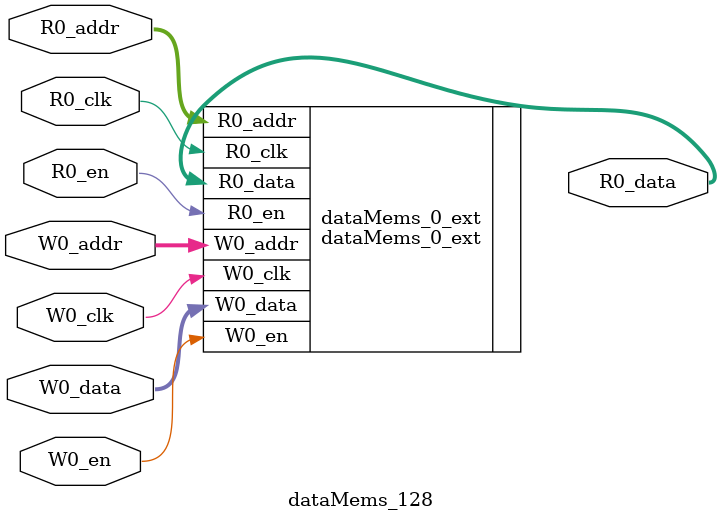
<source format=sv>
`ifndef RANDOMIZE
  `ifdef RANDOMIZE_REG_INIT
    `define RANDOMIZE
  `endif // RANDOMIZE_REG_INIT
`endif // not def RANDOMIZE
`ifndef RANDOMIZE
  `ifdef RANDOMIZE_MEM_INIT
    `define RANDOMIZE
  `endif // RANDOMIZE_MEM_INIT
`endif // not def RANDOMIZE

`ifndef RANDOM
  `define RANDOM $random
`endif // not def RANDOM

// Users can define 'PRINTF_COND' to add an extra gate to prints.
`ifndef PRINTF_COND_
  `ifdef PRINTF_COND
    `define PRINTF_COND_ (`PRINTF_COND)
  `else  // PRINTF_COND
    `define PRINTF_COND_ 1
  `endif // PRINTF_COND
`endif // not def PRINTF_COND_

// Users can define 'ASSERT_VERBOSE_COND' to add an extra gate to assert error printing.
`ifndef ASSERT_VERBOSE_COND_
  `ifdef ASSERT_VERBOSE_COND
    `define ASSERT_VERBOSE_COND_ (`ASSERT_VERBOSE_COND)
  `else  // ASSERT_VERBOSE_COND
    `define ASSERT_VERBOSE_COND_ 1
  `endif // ASSERT_VERBOSE_COND
`endif // not def ASSERT_VERBOSE_COND_

// Users can define 'STOP_COND' to add an extra gate to stop conditions.
`ifndef STOP_COND_
  `ifdef STOP_COND
    `define STOP_COND_ (`STOP_COND)
  `else  // STOP_COND
    `define STOP_COND_ 1
  `endif // STOP_COND
`endif // not def STOP_COND_

// Users can define INIT_RANDOM as general code that gets injected into the
// initializer block for modules with registers.
`ifndef INIT_RANDOM
  `define INIT_RANDOM
`endif // not def INIT_RANDOM

// If using random initialization, you can also define RANDOMIZE_DELAY to
// customize the delay used, otherwise 0.002 is used.
`ifndef RANDOMIZE_DELAY
  `define RANDOMIZE_DELAY 0.002
`endif // not def RANDOMIZE_DELAY

// Define INIT_RANDOM_PROLOG_ for use in our modules below.
`ifndef INIT_RANDOM_PROLOG_
  `ifdef RANDOMIZE
    `ifdef VERILATOR
      `define INIT_RANDOM_PROLOG_ `INIT_RANDOM
    `else  // VERILATOR
      `define INIT_RANDOM_PROLOG_ `INIT_RANDOM #`RANDOMIZE_DELAY begin end
    `endif // VERILATOR
  `else  // RANDOMIZE
    `define INIT_RANDOM_PROLOG_
  `endif // RANDOMIZE
`endif // not def INIT_RANDOM_PROLOG_

// Include register initializers in init blocks unless synthesis is set
`ifndef SYNTHESIS
  `ifndef ENABLE_INITIAL_REG_
    `define ENABLE_INITIAL_REG_
  `endif // not def ENABLE_INITIAL_REG_
`endif // not def SYNTHESIS

// Include rmemory initializers in init blocks unless synthesis is set
`ifndef SYNTHESIS
  `ifndef ENABLE_INITIAL_MEM_
    `define ENABLE_INITIAL_MEM_
  `endif // not def ENABLE_INITIAL_MEM_
`endif // not def SYNTHESIS

module dataMems_128(	// @[generators/ara/src/main/scala/UnsafeAXI4ToTL.scala:365:62]
  input  [4:0]   R0_addr,
  input          R0_en,
  input          R0_clk,
  output [130:0] R0_data,
  input  [4:0]   W0_addr,
  input          W0_en,
  input          W0_clk,
  input  [130:0] W0_data
);

  dataMems_0_ext dataMems_0_ext (	// @[generators/ara/src/main/scala/UnsafeAXI4ToTL.scala:365:62]
    .R0_addr (R0_addr),
    .R0_en   (R0_en),
    .R0_clk  (R0_clk),
    .R0_data (R0_data),
    .W0_addr (W0_addr),
    .W0_en   (W0_en),
    .W0_clk  (W0_clk),
    .W0_data (W0_data)
  );
endmodule


</source>
